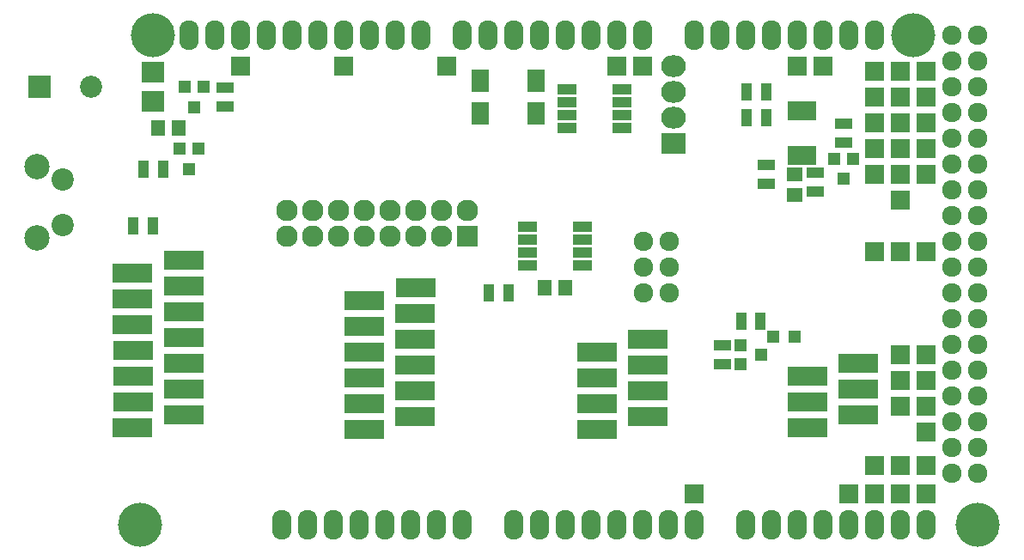
<source format=gts>
G04 #@! TF.FileFunction,Soldermask,Top*
%FSLAX46Y46*%
G04 Gerber Fmt 4.6, Leading zero omitted, Abs format (unit mm)*
G04 Created by KiCad (PCBNEW 4.0.2-4+6225~38~ubuntu14.04.1-stable) date Fri 18 Mar 2016 20:44:09 GMT*
%MOMM*%
G01*
G04 APERTURE LIST*
%ADD10C,0.100000*%
%ADD11R,1.400000X1.650000*%
%ADD12R,1.650000X1.400000*%
%ADD13R,2.200860X1.997660*%
%ADD14R,3.900000X1.900000*%
%ADD15R,2.432000X2.127200*%
%ADD16O,2.432000X2.127200*%
%ADD17R,2.127200X2.127200*%
%ADD18O,2.127200X2.127200*%
%ADD19R,1.924000X1.924000*%
%ADD20R,1.200100X1.200100*%
%ADD21R,1.100000X1.700000*%
%ADD22R,1.700000X1.100000*%
%ADD23R,1.950000X1.000000*%
%ADD24R,0.850000X1.850000*%
%ADD25R,1.700000X2.300000*%
%ADD26R,2.178000X2.178000*%
%ADD27C,2.178000*%
%ADD28C,2.200000*%
%ADD29C,2.500000*%
%ADD30O,1.924000X2.940000*%
%ADD31C,4.337000*%
%ADD32C,1.924000*%
%ADD33R,1.300000X1.300000*%
G04 APERTURE END LIST*
D10*
D11*
X179816000Y-106172000D03*
X177816000Y-106172000D03*
X139700000Y-90424000D03*
X141700000Y-90424000D03*
D12*
X202438000Y-95012000D03*
X202438000Y-97012000D03*
D13*
X139192000Y-87779860D03*
X139192000Y-84940140D03*
D14*
X137200000Y-120015000D03*
X142240000Y-118745000D03*
X137240000Y-117475000D03*
X142240000Y-116205000D03*
X137240000Y-114935000D03*
X142240000Y-113665000D03*
X137240000Y-112395000D03*
X142240000Y-111125000D03*
X137200000Y-109855000D03*
X142240000Y-108585000D03*
X137200000Y-107315000D03*
X142280000Y-106045000D03*
X137200000Y-104775000D03*
X142280000Y-103505000D03*
X182960000Y-120142000D03*
X187960000Y-118872000D03*
X182960000Y-117602000D03*
X187960000Y-116332000D03*
X182960000Y-115062000D03*
X187960000Y-113792000D03*
X182960000Y-112522000D03*
X187960000Y-111252000D03*
X203748000Y-120015000D03*
X208748000Y-118745000D03*
X203748000Y-117475000D03*
X208748000Y-116205000D03*
X203748000Y-114935000D03*
X208748000Y-113665000D03*
X160060000Y-120142000D03*
X165060000Y-118872000D03*
X160060000Y-117602000D03*
X165060000Y-116332000D03*
X160060000Y-115062000D03*
X165060000Y-113792000D03*
X160060000Y-112522000D03*
X165060000Y-111252000D03*
X160020000Y-109982000D03*
X165060000Y-108712000D03*
X160020000Y-107442000D03*
X165100000Y-106172000D03*
D15*
X190500000Y-91948000D03*
D16*
X190500000Y-89408000D03*
X190500000Y-86868000D03*
X190500000Y-84328000D03*
D17*
X170180000Y-101092000D03*
D18*
X170180000Y-98552000D03*
X167640000Y-101092000D03*
X167640000Y-98552000D03*
X165100000Y-101092000D03*
X165100000Y-98552000D03*
X162560000Y-101092000D03*
X162560000Y-98552000D03*
X160020000Y-101092000D03*
X160020000Y-98552000D03*
X157480000Y-101092000D03*
X157480000Y-98552000D03*
X154940000Y-101092000D03*
X154940000Y-98552000D03*
X152400000Y-101092000D03*
X152400000Y-98552000D03*
D19*
X207772000Y-126492000D03*
X210312000Y-126492000D03*
X212852000Y-126492000D03*
X215392000Y-126492000D03*
X215392000Y-120396000D03*
X215392000Y-117856000D03*
X212852000Y-117856000D03*
X215392000Y-115316000D03*
X212852000Y-115316000D03*
X215392000Y-112776000D03*
X212852000Y-112776000D03*
X147828000Y-84328000D03*
X157988000Y-84328000D03*
X168148000Y-84328000D03*
X184912000Y-84328000D03*
X187452000Y-84328000D03*
X202692000Y-84328000D03*
X205232000Y-84328000D03*
X210312000Y-87376000D03*
X212852000Y-87376000D03*
X215392000Y-87376000D03*
X212852000Y-89916000D03*
X215392000Y-89916000D03*
X212852000Y-92456000D03*
X215392000Y-92456000D03*
X212852000Y-94996000D03*
X215392000Y-94996000D03*
X212852000Y-97536000D03*
X210312000Y-89916000D03*
X210312000Y-94996000D03*
X210312000Y-92456000D03*
X210312000Y-84836000D03*
X212852000Y-84836000D03*
X215392000Y-84836000D03*
X212852000Y-102616000D03*
X215392000Y-102616000D03*
X210312000Y-102616000D03*
D20*
X144206000Y-86375240D03*
X142306000Y-86375240D03*
X143256000Y-88374220D03*
X143698000Y-92489020D03*
X141798000Y-92489020D03*
X142748000Y-94488000D03*
X208214000Y-93472000D03*
X206314000Y-93472000D03*
X207264000Y-95470980D03*
D21*
X137292000Y-100076000D03*
X139192000Y-100076000D03*
X172344000Y-106680000D03*
X174244000Y-106680000D03*
D22*
X146304000Y-86426000D03*
X146304000Y-88326000D03*
D21*
X138308000Y-94488000D03*
X140208000Y-94488000D03*
X197744000Y-86868000D03*
X199644000Y-86868000D03*
X197744000Y-89408000D03*
X199644000Y-89408000D03*
D22*
X207264000Y-91882000D03*
X207264000Y-89982000D03*
X204470000Y-96708000D03*
X204470000Y-94808000D03*
X199644000Y-95946000D03*
X199644000Y-94046000D03*
D23*
X176116000Y-100203000D03*
X176116000Y-101473000D03*
X176116000Y-102743000D03*
X176116000Y-104013000D03*
X181516000Y-104013000D03*
X181516000Y-102743000D03*
X181516000Y-101473000D03*
X181516000Y-100203000D03*
D24*
X204175000Y-88732000D03*
X203525000Y-88732000D03*
X202875000Y-88732000D03*
X202225000Y-88732000D03*
X202225000Y-93132000D03*
X202875000Y-93132000D03*
X203525000Y-93132000D03*
X204175000Y-93132000D03*
D23*
X180020000Y-86614000D03*
X180020000Y-87884000D03*
X180020000Y-89154000D03*
X180020000Y-90424000D03*
X185420000Y-90424000D03*
X185420000Y-89154000D03*
X185420000Y-87884000D03*
X185420000Y-86614000D03*
D25*
X176994000Y-85776000D03*
X171494000Y-85776000D03*
X171494000Y-88976000D03*
X176994000Y-88976000D03*
D26*
X128016000Y-86360000D03*
D27*
X133096000Y-86360000D03*
D28*
X130282000Y-100004000D03*
X130282000Y-95504000D03*
D29*
X127782000Y-101254000D03*
X127782000Y-94254000D03*
D19*
X210312000Y-123698000D03*
X212852000Y-123698000D03*
X215392000Y-123698000D03*
D30*
X192532000Y-81280000D03*
X195072000Y-81280000D03*
X197612000Y-81280000D03*
X200152000Y-81280000D03*
X202692000Y-81280000D03*
X205232000Y-81280000D03*
X207772000Y-81280000D03*
X210312000Y-81280000D03*
X215392000Y-129540000D03*
X212852000Y-129540000D03*
X210312000Y-129540000D03*
X207772000Y-129540000D03*
X197612000Y-129540000D03*
X192532000Y-129540000D03*
X189992000Y-129540000D03*
X200152000Y-129540000D03*
X202692000Y-129540000D03*
X205232000Y-129540000D03*
X187452000Y-129540000D03*
X184912000Y-129540000D03*
X182372000Y-129540000D03*
X174752000Y-129540000D03*
X177292000Y-129540000D03*
X179832000Y-129540000D03*
X169672000Y-129540000D03*
X167132000Y-129540000D03*
X164592000Y-129540000D03*
X159512000Y-129540000D03*
X156972000Y-129540000D03*
X187452000Y-81280000D03*
X184912000Y-81280000D03*
X182372000Y-81280000D03*
X179832000Y-81280000D03*
X177292000Y-81280000D03*
X174752000Y-81280000D03*
X172212000Y-81280000D03*
X169672000Y-81280000D03*
X165608000Y-81280000D03*
X163068000Y-81280000D03*
X160528000Y-81280000D03*
X157988000Y-81280000D03*
X155448000Y-81280000D03*
X152908000Y-81280000D03*
X150368000Y-81280000D03*
X147828000Y-81280000D03*
X162052000Y-129540000D03*
D31*
X220472000Y-129540000D03*
X214122000Y-81280000D03*
X139192000Y-81280000D03*
X137922000Y-129540000D03*
D32*
X217932000Y-83820000D03*
X220472000Y-83820000D03*
X217932000Y-86360000D03*
X220472000Y-86360000D03*
X217932000Y-88900000D03*
X220472000Y-88900000D03*
X217932000Y-91440000D03*
X220472000Y-91440000D03*
X217932000Y-81280000D03*
X220472000Y-81280000D03*
X220472000Y-93980000D03*
X217932000Y-93980000D03*
X217932000Y-96520000D03*
X220472000Y-96520000D03*
X217932000Y-99060000D03*
X220472000Y-99060000D03*
X217932000Y-101600000D03*
X220472000Y-101600000D03*
X217932000Y-104140000D03*
X220472000Y-104140000D03*
X217932000Y-106680000D03*
X220472000Y-106680000D03*
X217932000Y-109220000D03*
X220472000Y-109220000D03*
X217932000Y-111760000D03*
X220472000Y-111760000D03*
X217932000Y-114300000D03*
X220472000Y-114300000D03*
X217932000Y-116840000D03*
X220472000Y-116840000D03*
X217932000Y-119380000D03*
X220472000Y-119380000D03*
X217932000Y-121920000D03*
X220472000Y-121920000D03*
X217932000Y-124460000D03*
X220472000Y-124460000D03*
D30*
X145288000Y-81280000D03*
X142748000Y-81280000D03*
D32*
X187579000Y-101600000D03*
X190119000Y-101600000D03*
X187579000Y-104140000D03*
X187579000Y-106680000D03*
X190119000Y-104140000D03*
X190119000Y-106680000D03*
D30*
X154432000Y-129540000D03*
X151892000Y-129540000D03*
D19*
X192532000Y-126492000D03*
D20*
X197119240Y-111826000D03*
X197119240Y-113726000D03*
X199118220Y-112776000D03*
D22*
X195326000Y-111826000D03*
X195326000Y-113726000D03*
D21*
X197170000Y-109474000D03*
X199070000Y-109474000D03*
D33*
X200367000Y-110998000D03*
X202477000Y-110998000D03*
M02*

</source>
